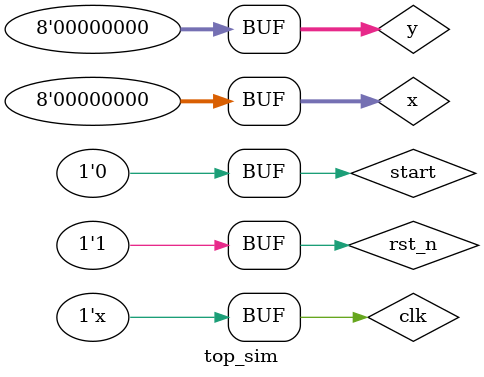
<source format=v>
`timescale 1ns / 1ps


module top_sim(
);

reg clk;
reg start;
reg [7:0] x;
reg [7:0] y;
wire busy;
wire [7:0]z1;
wire [7:0]r1;
wire [7:0]z2;
wire [7:0]r2;
reg rst_n;
initial begin
    rst_n = 1;
    clk = 0;
//    start = 0;
    #10 start = 1;
    x = 8;
    y = 2;
    #20 
    x = 0;
    y = 0;
    start = 0;
end
always begin
    #10
    clk =~clk;
end

top u_top_sim (
    .clk    (clk  ),
    .rst_n  (rst_n),
    .x      (x    ),
    .y      (y    ),
    .start  (start),
    .z2     (z2   ),
    .r2     (r2   ),
    .z1     (z1   ),
    .r1     (r1   ),
    .busy  (busy)
);
endmodule

</source>
